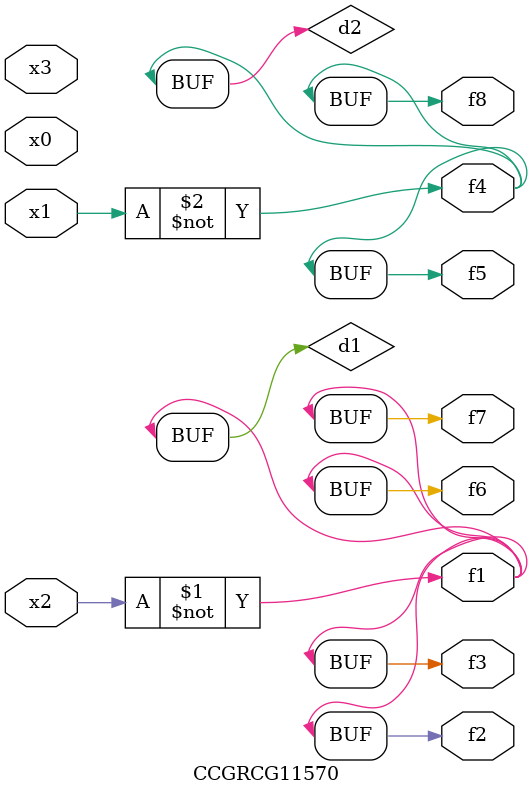
<source format=v>
module CCGRCG11570(
	input x0, x1, x2, x3,
	output f1, f2, f3, f4, f5, f6, f7, f8
);

	wire d1, d2;

	xnor (d1, x2);
	not (d2, x1);
	assign f1 = d1;
	assign f2 = d1;
	assign f3 = d1;
	assign f4 = d2;
	assign f5 = d2;
	assign f6 = d1;
	assign f7 = d1;
	assign f8 = d2;
endmodule

</source>
